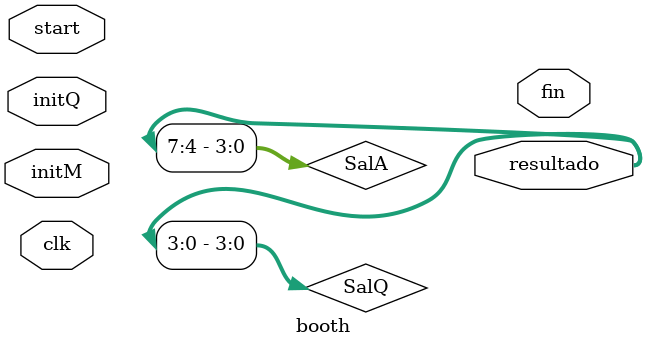
<source format=v>
 module booth(input wire [3:0] initQ, initM, input wire start, clk, output wire [7:0] resultado, output wire fin);

wire ResetA, CargaA, DesplazaA, CargaQ, DesplazaQ, CargaM, Resta, cin;
wire [3:0] SalA, SalQ, SalM, B, SalS;
wire SalQ_1;
assign resultado = {SalA, SalQ}; 


endmodule
</source>
